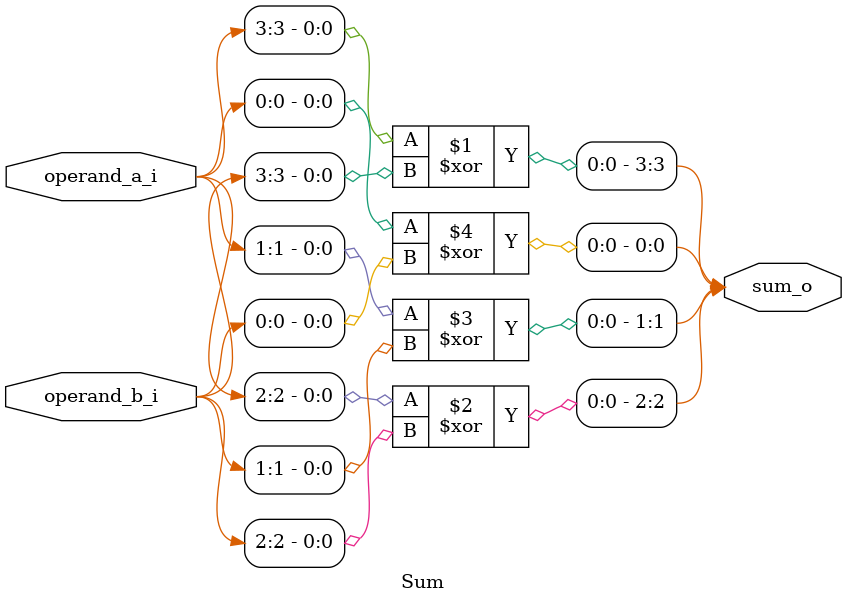
<source format=sv>
`timescale 1ns/1ps
module Sum
	(
	//input data
	input logic [3:0] operand_a_i,
	input logic [3:0] operand_b_i,

	//output data
	output logic [3:0] sum_o
	);

	assign sum_o[3] = operand_a_i[3] ^ operand_b_i[3];
	assign sum_o[2] = operand_a_i[2] ^ operand_b_i[2];
	assign sum_o[1] = operand_a_i[1] ^ operand_b_i[1];
	assign sum_o[0] = operand_a_i[0] ^ operand_b_i[0];
	//assign sum_o = operand_a_i + operand_b_i;

endmodule 

</source>
